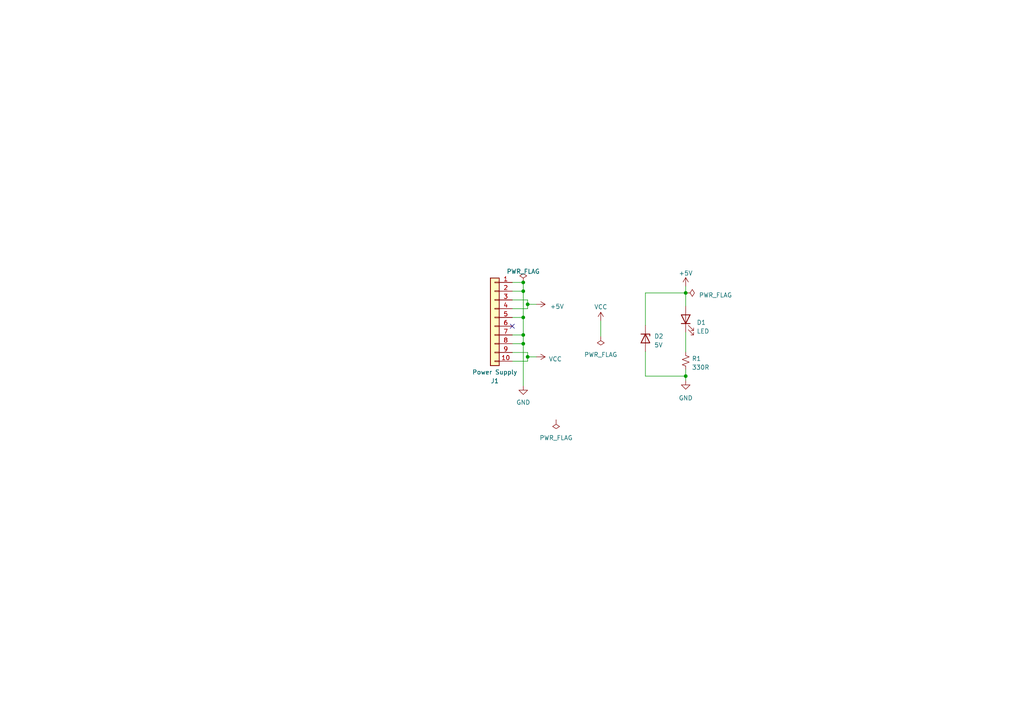
<source format=kicad_sch>
(kicad_sch (version 20230121) (generator eeschema)
  (paper "A4")
  (lib_symbols
    (symbol "Connector_Generic:Conn_01x10" (pin_names (offset 1.016) hide)
      (property "Reference" "J" (at 0 12.7 0))
      (property "Value" "Conn_01x10" (at 0 -15.24 0))
      (symbol "Conn_01x10_1_1"
        (rectangle (start -1.27 -12.573) (end 0 -12.827) (stroke (width 0.1524)))
        (rectangle (start -1.27 -10.033) (end 0 -10.287) (stroke (width 0.1524)))
        (rectangle (start -1.27 -7.493) (end 0 -7.747) (stroke (width 0.1524)))
        (rectangle (start -1.27 -4.953) (end 0 -5.207) (stroke (width 0.1524)))
        (rectangle (start -1.27 -2.413) (end 0 -2.667) (stroke (width 0.1524)))
        (rectangle (start -1.27 0.127) (end 0 -0.127) (stroke (width 0.1524)))
        (rectangle (start -1.27 2.667) (end 0 2.413) (stroke (width 0.1524)))
        (rectangle (start -1.27 5.207) (end 0 4.953) (stroke (width 0.1524)))
        (rectangle (start -1.27 7.747) (end 0 7.493) (stroke (width 0.1524)))
        (rectangle (start -1.27 10.287) (end 0 10.033) (stroke (width 0.1524)))
        (rectangle (start -1.27 11.43) (end 1.27 -13.97) (stroke (width 0.254)) (fill (type background)))
        (pin passive line (at -5.08 10.16 0) (length 3.81) (name "Pin_1") (number "1"))
        (pin passive line (at -5.08 -12.7 0) (length 3.81) (name "Pin_10") (number "10"))
        (pin passive line (at -5.08 7.62 0) (length 3.81) (name "Pin_2") (number "2"))
        (pin passive line (at -5.08 5.08 0) (length 3.81) (name "Pin_3") (number "3"))
        (pin passive line (at -5.08 2.54 0) (length 3.81) (name "Pin_4") (number "4"))
        (pin passive line (at -5.08 0 0) (length 3.81) (name "Pin_5") (number "5"))
        (pin passive line (at -5.08 -2.54 0) (length 3.81) (name "Pin_6") (number "6"))
        (pin passive line (at -5.08 -5.08 0) (length 3.81) (name "Pin_7") (number "7"))
        (pin passive line (at -5.08 -7.62 0) (length 3.81) (name "Pin_8") (number "8"))
        (pin passive line (at -5.08 -10.16 0) (length 3.81) (name "Pin_9") (number "9"))
      )
    )
    (symbol "Device:D_Zener" (pin_numbers hide) (pin_names (offset 1.016) hide)
      (property "Reference" "D" (at 0 2.54 0))
      (property "Value" "D_Zener" (at 0 -2.54 0))
      (symbol "D_Zener_0_1"
        (polyline (pts (xy 1.27 0) (xy -1.27 0)))
        (polyline (pts (xy -1.27 -1.27) (xy -1.27 1.27) (xy -0.762 1.27)) (stroke (width 0.254)))
        (polyline (pts (xy 1.27 -1.27) (xy 1.27 1.27) (xy -1.27 0) (xy 1.27 -1.27)) (stroke (width 0.254)))
      )
      (symbol "D_Zener_1_1"
        (pin passive line (at -3.81 0 0) (length 2.54) (name "K") (number "1"))
        (pin passive line (at 3.81 0 180) (length 2.54) (name "A") (number "2"))
      )
    )
    (symbol "Device:LED" (pin_numbers hide) (pin_names (offset 1.016) hide)
      (property "Reference" "D" (at 0 2.54 0))
      (property "Value" "LED" (at 0 -2.54 0))
      (symbol "LED_0_1"
        (polyline (pts (xy -1.27 -1.27) (xy -1.27 1.27)) (stroke (width 0.254)))
        (polyline (pts (xy -1.27 0) (xy 1.27 0)))
        (polyline (pts (xy 1.27 -1.27) (xy 1.27 1.27) (xy -1.27 0) (xy 1.27 -1.27)) (stroke (width 0.254)))
        (polyline (pts (xy -3.048 -0.762) (xy -4.572 -2.286) (xy -3.81 -2.286) (xy -4.572 -2.286) (xy -4.572 -1.524)))
        (polyline (pts (xy -1.778 -0.762) (xy -3.302 -2.286) (xy -2.54 -2.286) (xy -3.302 -2.286) (xy -3.302 -1.524)))
      )
      (symbol "LED_1_1"
        (pin passive line (at -3.81 0 0) (length 2.54) (name "K") (number "1"))
        (pin passive line (at 3.81 0 180) (length 2.54) (name "A") (number "2"))
      )
    )
    (symbol "Device:R_Small_US" (pin_numbers hide) (pin_names (offset 0.254) hide)
      (property "Reference" "R" (at 0.762 0.508 0))
      (property "Value" "R_Small_US" (at 0.762 -1.016 0))
      (symbol "R_Small_US_1_1"
        (polyline (pts (xy 0 0) (xy 1.016 -0.381) (xy 0 -0.762) (xy -1.016 -1.143) (xy 0 -1.524)))
        (polyline (pts (xy 0 1.524) (xy 1.016 1.143) (xy 0 0.762) (xy -1.016 0.381) (xy 0 0)))
        (pin passive line (at 0 2.54 270) (length 1.016) (name "~") (number "1"))
        (pin passive line (at 0 -2.54 90) (length 1.016) (name "~") (number "2"))
      )
    )
    (symbol "power:+5V" (power) (pin_names (offset 0))
      (property "Value" "+5V" (at 0 3.556 0))
      (symbol "+5V_0_1"
        (polyline (pts (xy -0.762 1.27) (xy 0 2.54)))
        (polyline (pts (xy 0 0) (xy 0 2.54)))
        (polyline (pts (xy 0 2.54) (xy 0.762 1.27)))
      )
      (symbol "+5V_1_1"
        (pin power_in line (at 0 0 90) (length 0) hide (name "+5V") (number "1"))
      )
    )
    (symbol "power:GND" (power) (pin_names (offset 0))
      (property "Value" "GND" (at 0 -3.81 0))
      (symbol "GND_0_1"
        (polyline (pts (xy 0 0) (xy 0 -1.27) (xy 1.27 -1.27) (xy 0 -2.54) (xy -1.27 -1.27) (xy 0 -1.27)))
      )
      (symbol "GND_1_1"
        (pin power_in line (at 0 0 270) (length 0) hide (name "GND") (number "1"))
      )
    )
    (symbol "power:PWR_FLAG" (power) (pin_numbers hide) (pin_names (offset 0) hide)
      (property "Value" "PWR_FLAG" (at 0 3.81 0))
      (symbol "PWR_FLAG_0_0"
        (pin power_out line (at 0 0 90) (length 0) (name "pwr") (number "1"))
      )
      (symbol "PWR_FLAG_0_1"
        (polyline (pts (xy 0 0) (xy 0 1.27) (xy -1.016 1.905) (xy 0 2.54) (xy 1.016 1.905) (xy 0 1.27)))
      )
    )
    (symbol "power:VCC" (power) (pin_names (offset 0))
      (property "Value" "VCC" (at 0 3.81 0))
      (symbol "VCC_0_1"
        (polyline (pts (xy -0.762 1.27) (xy 0 2.54)))
        (polyline (pts (xy 0 0) (xy 0 2.54)))
        (polyline (pts (xy 0 2.54) (xy 0.762 1.27)))
      )
      (symbol "VCC_1_1"
        (pin power_in line (at 0 0 90) (length 0) hide (name "VCC") (number "1"))
      )
    )
  )
  (junction (at 151.765 81.915))
  (junction (at 153.035 88.265))
  (junction (at 151.765 99.695))
  (junction (at 151.765 84.455))
  (junction (at 198.882 84.963))
  (junction (at 151.765 97.155))
  (junction (at 198.882 109.093))
  (junction (at 153.035 103.505))
  (junction (at 151.765 92.075))
  (no_connect (at 148.59 94.615))
  (wire (pts (xy 153.035 88.265) (xy 153.035 89.535)))
  (wire (pts (xy 148.59 84.455) (xy 151.765 84.455)))
  (wire (pts (xy 153.035 103.505) (xy 155.575 103.505)))
  (wire (pts (xy 187.198 101.981) (xy 187.198 109.093)))
  (wire (pts (xy 148.59 97.155) (xy 151.765 97.155)))
  (wire (pts (xy 151.765 92.075) (xy 151.765 84.455)))
  (wire (pts (xy 151.765 111.887) (xy 151.765 99.695)))
  (wire (pts (xy 153.035 86.995) (xy 153.035 88.265)))
  (wire (pts (xy 198.882 107.188) (xy 198.882 109.093)))
  (wire (pts (xy 148.59 102.235) (xy 153.035 102.235)))
  (wire (pts (xy 148.59 89.535) (xy 153.035 89.535)))
  (wire (pts (xy 153.035 102.235) (xy 153.035 103.505)))
  (wire (pts (xy 198.882 109.093) (xy 198.882 110.363)))
  (wire (pts (xy 153.035 88.265) (xy 155.575 88.265)))
  (wire (pts (xy 148.59 104.775) (xy 153.035 104.775)))
  (wire (pts (xy 198.882 83.058) (xy 198.882 84.963)))
  (wire (pts (xy 174.244 93.091) (xy 174.244 97.536)))
  (wire (pts (xy 148.59 81.915) (xy 151.765 81.915)))
  (wire (pts (xy 198.882 96.393) (xy 198.882 102.108)))
  (wire (pts (xy 198.882 84.963) (xy 198.882 88.773)))
  (wire (pts (xy 151.765 99.695) (xy 151.765 97.155)))
  (wire (pts (xy 148.59 99.695) (xy 151.765 99.695)))
  (wire (pts (xy 187.198 109.093) (xy 198.882 109.093)))
  (wire (pts (xy 187.198 84.963) (xy 187.198 94.361)))
  (wire (pts (xy 153.035 104.775) (xy 153.035 103.505)))
  (wire (pts (xy 187.198 84.963) (xy 198.882 84.963)))
  (wire (pts (xy 151.765 81.915) (xy 151.765 84.455)))
  (wire (pts (xy 148.59 92.075) (xy 151.765 92.075)))
  (wire (pts (xy 148.59 86.995) (xy 153.035 86.995)))
  (wire (pts (xy 151.765 97.155) (xy 151.765 92.075)))
  (symbol (lib_id "power:PWR_FLAG") (at 161.29 121.793 180) (unit 1)
    (property "Reference" "#FLG04" (effects hide))
    (property "Value" "PWR_FLAG" (at 161.29 127 0))
  )
  (symbol (lib_id "power:VCC") (at 155.575 103.505 270) (unit 1)
    (property "Reference" "#PWR04" (effects hide))
    (property "Value" "VCC" (at 159.131 104.14 90) (effects (justify left)))
  )
  (symbol (lib_id "Device:D_Zener") (at 187.198 98.171 270) (unit 1)
    (property "Reference" "D2" (at 189.738 97.536 90) (effects (justify left)))
    (property "Value" "5V" (at 189.738 100.076 90) (effects (justify left)))
    (property "Footprint" "Diode_THT:D_DO-34_SOD68_P7.62mm_Horizontal" (effects hide))
  )
  (symbol (lib_id "power:GND") (at 151.765 111.887 0) (unit 1)
    (property "Reference" "#PWR06" (effects hide))
    (property "Value" "GND" (at 151.765 116.713 0))
  )
  (symbol (lib_id "power:GND") (at 198.882 110.363 0) (unit 1)
    (property "Reference" "#PWR05" (effects hide))
    (property "Value" "GND" (at 198.882 115.443 0))
  )
  (symbol (lib_id "power:+5V") (at 155.575 88.265 270) (unit 1)
    (property "Reference" "#PWR02" (effects hide))
    (property "Value" "+5V" (at 159.512 88.9 90) (effects (justify left)))
  )
  (symbol (lib_id "Device:LED") (at 198.882 92.583 90) (unit 1)
    (property "Reference" "D1" (at 202.057 93.5355 90) (effects (justify right)))
    (property "Value" "LED" (at 202.057 96.0755 90) (effects (justify right)))
    (property "Footprint" "LED_SMD:LED_0603_1608Metric_Pad1.05x0.95mm_HandSolder" (effects hide))
  )
  (symbol (lib_id "Connector_Generic:Conn_01x10") (at 143.51 92.075 0) (mirror y) (unit 1)
    (property "Reference" "J1" (at 143.51 110.49 0))
    (property "Value" "Power Supply" (at 143.51 107.95 0))
    (property "Footprint" "Connector_PinHeader_2.54mm:PinHeader_1x10_P2.54mm_Vertical" (effects hide))
  )
  (symbol (lib_id "power:VCC") (at 174.244 93.091 0) (unit 1)
    (property "Reference" "#PWR03" (effects hide))
    (property "Value" "VCC" (at 174.244 89.027 0))
  )
  (symbol (lib_id "power:PWR_FLAG") (at 198.882 84.963 270) (unit 1)
    (property "Reference" "#FLG02" (effects hide))
    (property "Value" "PWR_FLAG" (at 202.692 85.598 90) (effects (justify left)))
  )
  (symbol (lib_id "power:+5V") (at 198.882 83.058 0) (unit 1)
    (property "Reference" "#PWR01" (effects hide))
    (property "Value" "+5V" (at 198.882 79.248 0))
  )
  (symbol (lib_id "Device:R_Small_US") (at 198.882 104.648 0) (unit 1)
    (property "Reference" "R1" (at 200.66 104.013 0) (effects (justify left)))
    (property "Value" "330R" (at 200.66 106.553 0) (effects (justify left)))
    (property "Footprint" "Resistor_SMD:R_0603_1608Metric_Pad0.98x0.95mm_HandSolder" (effects hide))
  )
  (symbol (lib_id "power:PWR_FLAG") (at 151.765 81.915 0) (unit 1)
    (property "Reference" "#FLG01" (effects hide))
    (property "Value" "PWR_FLAG" (at 151.765 78.74 0))
  )
  (symbol (lib_id "power:PWR_FLAG") (at 174.244 97.536 180) (unit 1)
    (property "Reference" "#FLG03" (effects hide))
    (property "Value" "PWR_FLAG" (at 174.244 102.87 0))
  )
)
</source>
